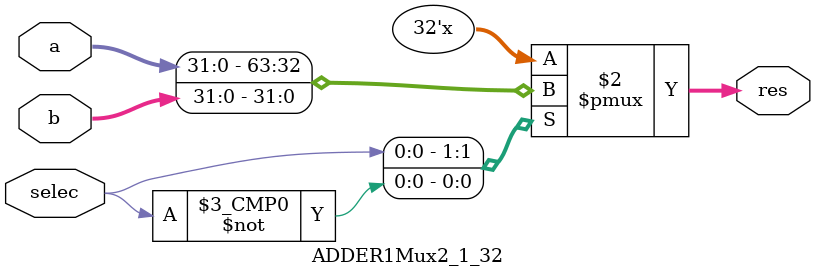
<source format=v>
module ADDER1Mux2_1_32(
    input [31:0] a,
    input [31:0] b,
    input selec,
    output reg [31:0] res
);

always @*
begin
    
    case (selec)

    1'b1:
    begin
        res = a;
        
    end

    1'b0:
    begin
        res = b;
    end
    endcase

end
endmodule


</source>
